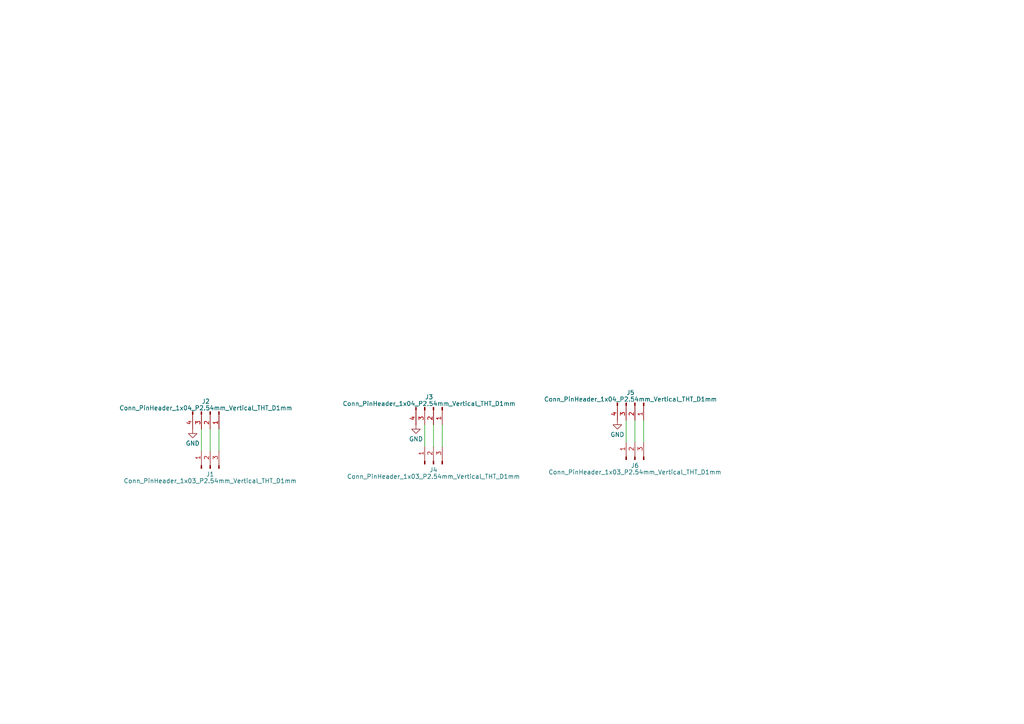
<source format=kicad_sch>
(kicad_sch (version 20230121) (generator eeschema)

  (uuid 399efae7-8324-421b-87c9-faef65e4bbf0)

  (paper "A4")

  (lib_symbols
    (symbol "fab:Conn_PinHeader_1x03_P2.54mm_Vertical_THT_D1mm" (pin_names (offset 1.016) hide) (in_bom yes) (on_board yes)
      (property "Reference" "J" (at 0 5.08 0)
        (effects (font (size 1.27 1.27)))
      )
      (property "Value" "Conn_PinHeader_1x03_P2.54mm_Vertical_THT_D1mm" (at 0 -5.08 0)
        (effects (font (size 1.27 1.27)))
      )
      (property "Footprint" "fab:PinHeader_1x03_P2.54mm_Vertical_THT_D1mm" (at 0 0 0)
        (effects (font (size 1.27 1.27)) hide)
      )
      (property "Datasheet" "~" (at 0 0 0)
        (effects (font (size 1.27 1.27)) hide)
      )
      (property "ki_keywords" "single row male connector" (at 0 0 0)
        (effects (font (size 1.27 1.27)) hide)
      )
      (property "ki_description" "Male connector, single row" (at 0 0 0)
        (effects (font (size 1.27 1.27)) hide)
      )
      (property "ki_fp_filters" "fab:*Header_SMD_01x??_*" (at 0 0 0)
        (effects (font (size 1.27 1.27)) hide)
      )
      (symbol "Conn_PinHeader_1x03_P2.54mm_Vertical_THT_D1mm_1_1"
        (polyline
          (pts
            (xy 1.27 -2.54)
            (xy 0.8636 -2.54)
          )
          (stroke (width 0.1524) (type solid))
          (fill (type none))
        )
        (polyline
          (pts
            (xy 1.27 0)
            (xy 0.8636 0)
          )
          (stroke (width 0.1524) (type solid))
          (fill (type none))
        )
        (polyline
          (pts
            (xy 1.27 2.54)
            (xy 0.8636 2.54)
          )
          (stroke (width 0.1524) (type solid))
          (fill (type none))
        )
        (rectangle (start 0.8636 -2.413) (end 0 -2.667)
          (stroke (width 0.1524) (type solid))
          (fill (type outline))
        )
        (rectangle (start 0.8636 0.127) (end 0 -0.127)
          (stroke (width 0.1524) (type solid))
          (fill (type outline))
        )
        (rectangle (start 0.8636 2.667) (end 0 2.413)
          (stroke (width 0.1524) (type solid))
          (fill (type outline))
        )
        (pin passive line (at 5.08 2.54 180) (length 3.81)
          (name "Pin_1" (effects (font (size 1.27 1.27))))
          (number "1" (effects (font (size 1.27 1.27))))
        )
        (pin passive line (at 5.08 0 180) (length 3.81)
          (name "Pin_2" (effects (font (size 1.27 1.27))))
          (number "2" (effects (font (size 1.27 1.27))))
        )
        (pin passive line (at 5.08 -2.54 180) (length 3.81)
          (name "Pin_3" (effects (font (size 1.27 1.27))))
          (number "3" (effects (font (size 1.27 1.27))))
        )
      )
    )
    (symbol "fab:Conn_PinHeader_1x04_P2.54mm_Vertical_THT_D1mm" (pin_names (offset 1.016) hide) (in_bom yes) (on_board yes)
      (property "Reference" "J" (at 0 5.08 0)
        (effects (font (size 1.27 1.27)))
      )
      (property "Value" "Conn_PinHeader_1x04_P2.54mm_Vertical_THT_D1mm" (at 0 -7.62 0)
        (effects (font (size 1.27 1.27)))
      )
      (property "Footprint" "fab:PinHeader_1x04_P2.54mm_Vertical_THT_D1mm" (at 0 0 0)
        (effects (font (size 1.27 1.27)) hide)
      )
      (property "Datasheet" "~" (at 0 0 0)
        (effects (font (size 1.27 1.27)) hide)
      )
      (property "ki_keywords" "single row male connector" (at 0 0 0)
        (effects (font (size 1.27 1.27)) hide)
      )
      (property "ki_description" "Male connector, single row" (at 0 0 0)
        (effects (font (size 1.27 1.27)) hide)
      )
      (property "ki_fp_filters" "fab:*Header_SMD_01x??_*" (at 0 0 0)
        (effects (font (size 1.27 1.27)) hide)
      )
      (symbol "Conn_PinHeader_1x04_P2.54mm_Vertical_THT_D1mm_1_1"
        (polyline
          (pts
            (xy 1.27 -5.08)
            (xy 0.8636 -5.08)
          )
          (stroke (width 0.1524) (type solid))
          (fill (type none))
        )
        (polyline
          (pts
            (xy 1.27 -2.54)
            (xy 0.8636 -2.54)
          )
          (stroke (width 0.1524) (type solid))
          (fill (type none))
        )
        (polyline
          (pts
            (xy 1.27 0)
            (xy 0.8636 0)
          )
          (stroke (width 0.1524) (type solid))
          (fill (type none))
        )
        (polyline
          (pts
            (xy 1.27 2.54)
            (xy 0.8636 2.54)
          )
          (stroke (width 0.1524) (type solid))
          (fill (type none))
        )
        (rectangle (start 0.8636 -4.953) (end 0 -5.207)
          (stroke (width 0.1524) (type solid))
          (fill (type outline))
        )
        (rectangle (start 0.8636 -2.413) (end 0 -2.667)
          (stroke (width 0.1524) (type solid))
          (fill (type outline))
        )
        (rectangle (start 0.8636 0.127) (end 0 -0.127)
          (stroke (width 0.1524) (type solid))
          (fill (type outline))
        )
        (rectangle (start 0.8636 2.667) (end 0 2.413)
          (stroke (width 0.1524) (type solid))
          (fill (type outline))
        )
        (pin passive line (at 5.08 2.54 180) (length 3.81)
          (name "Pin_1" (effects (font (size 1.27 1.27))))
          (number "1" (effects (font (size 1.27 1.27))))
        )
        (pin passive line (at 5.08 0 180) (length 3.81)
          (name "Pin_2" (effects (font (size 1.27 1.27))))
          (number "2" (effects (font (size 1.27 1.27))))
        )
        (pin passive line (at 5.08 -2.54 180) (length 3.81)
          (name "Pin_3" (effects (font (size 1.27 1.27))))
          (number "3" (effects (font (size 1.27 1.27))))
        )
        (pin passive line (at 5.08 -5.08 180) (length 3.81)
          (name "Pin_4" (effects (font (size 1.27 1.27))))
          (number "4" (effects (font (size 1.27 1.27))))
        )
      )
    )
    (symbol "power:GND" (power) (pin_names (offset 0)) (in_bom yes) (on_board yes)
      (property "Reference" "#PWR" (at 0 -6.35 0)
        (effects (font (size 1.27 1.27)) hide)
      )
      (property "Value" "GND" (at 0 -3.81 0)
        (effects (font (size 1.27 1.27)))
      )
      (property "Footprint" "" (at 0 0 0)
        (effects (font (size 1.27 1.27)) hide)
      )
      (property "Datasheet" "" (at 0 0 0)
        (effects (font (size 1.27 1.27)) hide)
      )
      (property "ki_keywords" "global power" (at 0 0 0)
        (effects (font (size 1.27 1.27)) hide)
      )
      (property "ki_description" "Power symbol creates a global label with name \"GND\" , ground" (at 0 0 0)
        (effects (font (size 1.27 1.27)) hide)
      )
      (symbol "GND_0_1"
        (polyline
          (pts
            (xy 0 0)
            (xy 0 -1.27)
            (xy 1.27 -1.27)
            (xy 0 -2.54)
            (xy -1.27 -1.27)
            (xy 0 -1.27)
          )
          (stroke (width 0) (type default))
          (fill (type none))
        )
      )
      (symbol "GND_1_1"
        (pin power_in line (at 0 0 270) (length 0) hide
          (name "GND" (effects (font (size 1.27 1.27))))
          (number "1" (effects (font (size 1.27 1.27))))
        )
      )
    )
  )


  (wire (pts (xy 186.69 121.92) (xy 186.69 128.27))
    (stroke (width 0) (type default))
    (uuid 13d7d9f9-40db-461b-8a63-d8610fb47b2d)
  )
  (wire (pts (xy 125.73 123.19) (xy 125.73 129.54))
    (stroke (width 0) (type default))
    (uuid 1b065467-d82d-4115-9d6f-9ef539c72c2c)
  )
  (wire (pts (xy 63.5 124.46) (xy 63.5 130.81))
    (stroke (width 0) (type default))
    (uuid 25c94a53-9b99-43d5-be51-b790523e150e)
  )
  (wire (pts (xy 128.27 123.19) (xy 128.27 129.54))
    (stroke (width 0) (type default))
    (uuid 320034af-df8c-449b-9740-f8bb8ad18fe4)
  )
  (wire (pts (xy 184.15 121.92) (xy 184.15 128.27))
    (stroke (width 0) (type default))
    (uuid 42afb788-2758-4ceb-9ec1-39bf235d3e03)
  )
  (wire (pts (xy 58.42 124.46) (xy 58.42 130.81))
    (stroke (width 0) (type default))
    (uuid a73528e4-47a8-45fa-abef-ceb119e7826b)
  )
  (wire (pts (xy 60.96 124.46) (xy 60.96 130.81))
    (stroke (width 0) (type default))
    (uuid e499c17f-cb08-4fb3-bb5e-26d086f74bd9)
  )
  (wire (pts (xy 123.19 123.19) (xy 123.19 129.54))
    (stroke (width 0) (type default))
    (uuid eddfd622-ca35-45a5-8318-cb211d431b5f)
  )
  (wire (pts (xy 181.61 121.92) (xy 181.61 128.27))
    (stroke (width 0) (type default))
    (uuid f5302885-fd1b-4657-93e5-f3d57504c415)
  )

  (symbol (lib_id "fab:Conn_PinHeader_1x03_P2.54mm_Vertical_THT_D1mm") (at 184.15 133.35 90) (unit 1)
    (in_bom yes) (on_board yes) (dnp no) (fields_autoplaced)
    (uuid 08cb4cc8-1190-4398-b952-14676eada9f8)
    (property "Reference" "J6" (at 184.15 135.0217 90)
      (effects (font (size 1.27 1.27)))
    )
    (property "Value" "Conn_PinHeader_1x03_P2.54mm_Vertical_THT_D1mm" (at 184.15 136.9427 90)
      (effects (font (size 1.27 1.27)))
    )
    (property "Footprint" "fab:PinHeader_1x03_P2.54mm_Vertical_THT_D1mm" (at 184.15 133.35 0)
      (effects (font (size 1.27 1.27)) hide)
    )
    (property "Datasheet" "~" (at 184.15 133.35 0)
      (effects (font (size 1.27 1.27)) hide)
    )
    (pin "1" (uuid a4699de2-d546-415f-b751-fcf268e704e5))
    (pin "2" (uuid 888b941d-0bca-4517-adad-fbd17ef814a2))
    (pin "3" (uuid 4aa84616-2cd2-4efe-ae23-03a63739dd62))
    (instances
      (project "milling-test"
        (path "/399efae7-8324-421b-87c9-faef65e4bbf0"
          (reference "J6") (unit 1)
        )
      )
    )
  )

  (symbol (lib_id "fab:Conn_PinHeader_1x04_P2.54mm_Vertical_THT_D1mm") (at 60.96 119.38 270) (unit 1)
    (in_bom yes) (on_board yes) (dnp no) (fields_autoplaced)
    (uuid 1d98ab31-7f2f-4846-8087-5a652ca07af8)
    (property "Reference" "J2" (at 59.69 116.4209 90)
      (effects (font (size 1.27 1.27)))
    )
    (property "Value" "Conn_PinHeader_1x04_P2.54mm_Vertical_THT_D1mm" (at 59.69 118.3419 90)
      (effects (font (size 1.27 1.27)))
    )
    (property "Footprint" "fab:PinHeader_1x04_P2.54mm_Vertical_THT_D1mm" (at 60.96 119.38 0)
      (effects (font (size 1.27 1.27)) hide)
    )
    (property "Datasheet" "~" (at 60.96 119.38 0)
      (effects (font (size 1.27 1.27)) hide)
    )
    (pin "1" (uuid d500d7cd-799e-4bd2-87d3-ef16a6645d9a))
    (pin "2" (uuid b4fad097-57a6-45fb-81ee-d77caa016ea0))
    (pin "3" (uuid 6d6c1f59-da9f-4e80-a032-82a3e971a75f))
    (pin "4" (uuid 7660cec9-7bd9-4f44-a8e5-94a5a9188f60))
    (instances
      (project "milling-test"
        (path "/399efae7-8324-421b-87c9-faef65e4bbf0"
          (reference "J2") (unit 1)
        )
      )
    )
  )

  (symbol (lib_id "fab:Conn_PinHeader_1x04_P2.54mm_Vertical_THT_D1mm") (at 125.73 118.11 270) (unit 1)
    (in_bom yes) (on_board yes) (dnp no) (fields_autoplaced)
    (uuid 5ad6a8b5-657a-4fac-9481-cf2a27df7c36)
    (property "Reference" "J3" (at 124.46 115.1509 90)
      (effects (font (size 1.27 1.27)))
    )
    (property "Value" "Conn_PinHeader_1x04_P2.54mm_Vertical_THT_D1mm" (at 124.46 117.0719 90)
      (effects (font (size 1.27 1.27)))
    )
    (property "Footprint" "fab:PinHeader_1x04_P2.54mm_Vertical_THT_D1mm" (at 125.73 118.11 0)
      (effects (font (size 1.27 1.27)) hide)
    )
    (property "Datasheet" "~" (at 125.73 118.11 0)
      (effects (font (size 1.27 1.27)) hide)
    )
    (pin "1" (uuid b24c86c8-01c8-4d52-aa24-91c3fa8cfe88))
    (pin "2" (uuid 78bca7a5-a0bb-4dec-8420-8938c143317f))
    (pin "3" (uuid 0b2c8895-bd19-4478-b67c-36dbfb49f664))
    (pin "4" (uuid 7d445faa-1f5a-4765-84c8-9615f26027ee))
    (instances
      (project "milling-test"
        (path "/399efae7-8324-421b-87c9-faef65e4bbf0"
          (reference "J3") (unit 1)
        )
      )
    )
  )

  (symbol (lib_id "power:GND") (at 55.88 124.46 0) (unit 1)
    (in_bom yes) (on_board yes) (dnp no) (fields_autoplaced)
    (uuid 6cc6f5b3-df33-44ac-94ba-728a354106f8)
    (property "Reference" "#PWR01" (at 55.88 130.81 0)
      (effects (font (size 1.27 1.27)) hide)
    )
    (property "Value" "GND" (at 55.88 128.5955 0)
      (effects (font (size 1.27 1.27)))
    )
    (property "Footprint" "" (at 55.88 124.46 0)
      (effects (font (size 1.27 1.27)) hide)
    )
    (property "Datasheet" "" (at 55.88 124.46 0)
      (effects (font (size 1.27 1.27)) hide)
    )
    (pin "1" (uuid 6eab3e17-17bc-42d8-a336-09039417f5f7))
    (instances
      (project "milling-test"
        (path "/399efae7-8324-421b-87c9-faef65e4bbf0"
          (reference "#PWR01") (unit 1)
        )
      )
    )
  )

  (symbol (lib_id "power:GND") (at 120.65 123.19 0) (unit 1)
    (in_bom yes) (on_board yes) (dnp no) (fields_autoplaced)
    (uuid 8ef86911-6a3f-417a-b6ea-d029636de675)
    (property "Reference" "#PWR02" (at 120.65 129.54 0)
      (effects (font (size 1.27 1.27)) hide)
    )
    (property "Value" "GND" (at 120.65 127.3255 0)
      (effects (font (size 1.27 1.27)))
    )
    (property "Footprint" "" (at 120.65 123.19 0)
      (effects (font (size 1.27 1.27)) hide)
    )
    (property "Datasheet" "" (at 120.65 123.19 0)
      (effects (font (size 1.27 1.27)) hide)
    )
    (pin "1" (uuid 6cc3b698-0daf-40a7-b3f7-0fd93ec99b20))
    (instances
      (project "milling-test"
        (path "/399efae7-8324-421b-87c9-faef65e4bbf0"
          (reference "#PWR02") (unit 1)
        )
      )
    )
  )

  (symbol (lib_id "fab:Conn_PinHeader_1x03_P2.54mm_Vertical_THT_D1mm") (at 60.96 135.89 90) (unit 1)
    (in_bom yes) (on_board yes) (dnp no) (fields_autoplaced)
    (uuid aab4b0e9-b6f2-476e-85fb-2ebafdf5184f)
    (property "Reference" "J1" (at 60.96 137.5617 90)
      (effects (font (size 1.27 1.27)))
    )
    (property "Value" "Conn_PinHeader_1x03_P2.54mm_Vertical_THT_D1mm" (at 60.96 139.4827 90)
      (effects (font (size 1.27 1.27)))
    )
    (property "Footprint" "fab:PinHeader_1x03_P2.54mm_Vertical_THT_D1mm" (at 60.96 135.89 0)
      (effects (font (size 1.27 1.27)) hide)
    )
    (property "Datasheet" "~" (at 60.96 135.89 0)
      (effects (font (size 1.27 1.27)) hide)
    )
    (pin "1" (uuid 8eaf12b4-72be-4b6b-a8bb-235613f12bf2))
    (pin "2" (uuid 98114965-1382-4b3a-9062-12387369fd71))
    (pin "3" (uuid d26ae42e-9d09-4007-825f-ec8bd111e17a))
    (instances
      (project "milling-test"
        (path "/399efae7-8324-421b-87c9-faef65e4bbf0"
          (reference "J1") (unit 1)
        )
      )
    )
  )

  (symbol (lib_id "power:GND") (at 179.07 121.92 0) (unit 1)
    (in_bom yes) (on_board yes) (dnp no) (fields_autoplaced)
    (uuid d3e87272-0bf0-4da0-b351-477af1bb6a8f)
    (property "Reference" "#PWR03" (at 179.07 128.27 0)
      (effects (font (size 1.27 1.27)) hide)
    )
    (property "Value" "GND" (at 179.07 126.0555 0)
      (effects (font (size 1.27 1.27)))
    )
    (property "Footprint" "" (at 179.07 121.92 0)
      (effects (font (size 1.27 1.27)) hide)
    )
    (property "Datasheet" "" (at 179.07 121.92 0)
      (effects (font (size 1.27 1.27)) hide)
    )
    (pin "1" (uuid ad5e8e99-21df-4702-a3a0-e056c9b60a67))
    (instances
      (project "milling-test"
        (path "/399efae7-8324-421b-87c9-faef65e4bbf0"
          (reference "#PWR03") (unit 1)
        )
      )
    )
  )

  (symbol (lib_id "fab:Conn_PinHeader_1x04_P2.54mm_Vertical_THT_D1mm") (at 184.15 116.84 270) (unit 1)
    (in_bom yes) (on_board yes) (dnp no) (fields_autoplaced)
    (uuid df74bda2-87b7-4c83-8334-1c61f2425a85)
    (property "Reference" "J5" (at 182.88 113.8809 90)
      (effects (font (size 1.27 1.27)))
    )
    (property "Value" "Conn_PinHeader_1x04_P2.54mm_Vertical_THT_D1mm" (at 182.88 115.8019 90)
      (effects (font (size 1.27 1.27)))
    )
    (property "Footprint" "fab:PinHeader_1x04_P2.54mm_Vertical_THT_D1mm" (at 184.15 116.84 0)
      (effects (font (size 1.27 1.27)) hide)
    )
    (property "Datasheet" "~" (at 184.15 116.84 0)
      (effects (font (size 1.27 1.27)) hide)
    )
    (pin "1" (uuid 40252183-9b86-4f10-ad8f-87ad346f9a3c))
    (pin "2" (uuid c728f706-6863-4ffe-b3bc-acfbce25424f))
    (pin "3" (uuid 7aa673b4-4bcb-4dfa-bb9a-f175b6d491b5))
    (pin "4" (uuid 6b565864-3a52-44dc-b857-67b33dcd0b03))
    (instances
      (project "milling-test"
        (path "/399efae7-8324-421b-87c9-faef65e4bbf0"
          (reference "J5") (unit 1)
        )
      )
    )
  )

  (symbol (lib_id "fab:Conn_PinHeader_1x03_P2.54mm_Vertical_THT_D1mm") (at 125.73 134.62 90) (unit 1)
    (in_bom yes) (on_board yes) (dnp no) (fields_autoplaced)
    (uuid e13f7e6e-abcb-4c52-99c5-326fde9faa89)
    (property "Reference" "J4" (at 125.73 136.2917 90)
      (effects (font (size 1.27 1.27)))
    )
    (property "Value" "Conn_PinHeader_1x03_P2.54mm_Vertical_THT_D1mm" (at 125.73 138.2127 90)
      (effects (font (size 1.27 1.27)))
    )
    (property "Footprint" "fab:PinHeader_1x03_P2.54mm_Vertical_THT_D1mm" (at 125.73 134.62 0)
      (effects (font (size 1.27 1.27)) hide)
    )
    (property "Datasheet" "~" (at 125.73 134.62 0)
      (effects (font (size 1.27 1.27)) hide)
    )
    (pin "1" (uuid 8d8fb18c-f4d8-4297-a8ae-74e4272a0513))
    (pin "2" (uuid 357d1429-2101-4883-80fa-7b371299b90a))
    (pin "3" (uuid bde1ef3f-e2f4-4da7-97dd-a95f939e599f))
    (instances
      (project "milling-test"
        (path "/399efae7-8324-421b-87c9-faef65e4bbf0"
          (reference "J4") (unit 1)
        )
      )
    )
  )

  (sheet_instances
    (path "/" (page "1"))
  )
)

</source>
